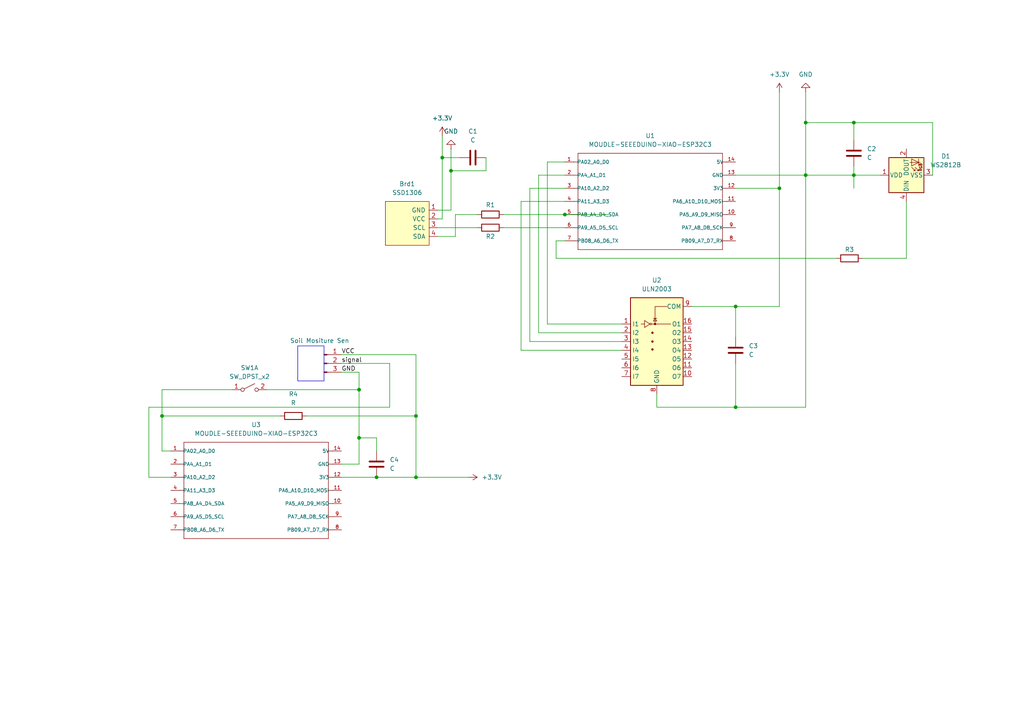
<source format=kicad_sch>
(kicad_sch (version 20231120) (generator "eeschema") (generator_version "8.0")
  (paper "A4")
  (lib_symbols
    (symbol "Connector:Conn_01x03_Pin" (pin_names (offset 1.016) hide)
      (property "Reference" "J" (at 0 5.08 0))
      (property "Value" "Conn_01x03_Pin" (at 0 -5.08 0))
      (symbol "Conn_01x03_Pin_1_1"
        (polyline (pts (xy 1.27 -2.54) (xy 0.8636 -2.54)) (stroke (width 0.1524)))
        (polyline (pts (xy 1.27 0) (xy 0.8636 0)) (stroke (width 0.1524)))
        (polyline (pts (xy 1.27 2.54) (xy 0.8636 2.54)) (stroke (width 0.1524)))
        (rectangle (start 0.8636 -2.413) (end 0 -2.667) (stroke (width 0.1524)) (fill (type outline)))
        (rectangle (start 0.8636 0.127) (end 0 -0.127) (stroke (width 0.1524)) (fill (type outline)))
        (rectangle (start 0.8636 2.667) (end 0 2.413) (stroke (width 0.1524)) (fill (type outline)))
        (pin passive line (at 5.08 2.54 180) (length 3.81) (name "Pin_1") (number "1"))
        (pin passive line (at 5.08 0 180) (length 3.81) (name "Pin_2") (number "2"))
        (pin passive line (at 5.08 -2.54 180) (length 3.81) (name "Pin_3") (number "3"))
      )
    )
    (symbol "Device:C" (pin_numbers hide) (pin_names (offset 0.254))
      (property "Reference" "C" (at 0.635 2.54 0))
      (property "Value" "C" (at 0.635 -2.54 0))
      (symbol "C_0_1"
        (polyline (pts (xy -2.032 -0.762) (xy 2.032 -0.762)) (stroke (width 0.508)))
        (polyline (pts (xy -2.032 0.762) (xy 2.032 0.762)) (stroke (width 0.508)))
      )
      (symbol "C_1_1"
        (pin passive line (at 0 3.81 270) (length 2.794) (name "~") (number "1"))
        (pin passive line (at 0 -3.81 90) (length 2.794) (name "~") (number "2"))
      )
    )
    (symbol "Device:R" (pin_numbers hide) (pin_names (offset 0))
      (property "Reference" "R" (at 2.032 0 90))
      (property "Value" "R" (at 0 0 90))
      (symbol "R_0_1"
        (rectangle (start -1.016 -2.54) (end 1.016 2.54) (stroke (width 0.254)))
      )
      (symbol "R_1_1"
        (pin passive line (at 0 3.81 270) (length 1.27) (name "~") (number "1"))
        (pin passive line (at 0 -3.81 90) (length 1.27) (name "~") (number "2"))
      )
    )
    (symbol "LED:WS2812B" (pin_names (offset 0.254))
      (property "Reference" "D" (at 5.08 5.715 0))
      (property "Value" "WS2812B" (at 1.27 -5.715 0))
      (symbol "WS2812B_0_0"
        (text "RGB" (at 2.286 -4.191 0) (effects (font (size 0.762 0.762))))
      )
      (symbol "WS2812B_0_1"
        (polyline (pts (xy 1.27 -3.556) (xy 1.778 -3.556)))
        (polyline (pts (xy 1.27 -2.54) (xy 1.778 -2.54)))
        (polyline (pts (xy 4.699 -3.556) (xy 2.667 -3.556)))
        (polyline (pts (xy 2.286 -2.54) (xy 1.27 -3.556) (xy 1.27 -3.048)))
        (polyline (pts (xy 2.286 -1.524) (xy 1.27 -2.54) (xy 1.27 -2.032)))
        (polyline (pts (xy 3.683 -1.016) (xy 3.683 -3.556) (xy 3.683 -4.064)))
        (polyline (pts (xy 4.699 -1.524) (xy 2.667 -1.524) (xy 3.683 -3.556) (xy 4.699 -1.524)))
        (rectangle (start 5.08 5.08) (end -5.08 -5.08) (stroke (width 0.254)) (fill (type background)))
      )
      (symbol "WS2812B_1_1"
        (pin power_in line (at 0 7.62 270) (length 2.54) (name "VDD") (number "1"))
        (pin output line (at 7.62 0 180) (length 2.54) (name "DOUT") (number "2"))
        (pin power_in line (at 0 -7.62 90) (length 2.54) (name "VSS") (number "3"))
        (pin input line (at -7.62 0 0) (length 2.54) (name "DIN") (number "4"))
      )
    )
    (symbol "SSD1306-128x64_OLED:SSD1306" (pin_names (offset 1.016))
      (property "Reference" "Brd" (at 0 -3.81 0))
      (property "Value" "SSD1306" (at 0 -1.27 0))
      (symbol "SSD1306_0_1"
        (rectangle (start -6.35 6.35) (end 6.35 -6.35) (fill (type background)))
      )
      (symbol "SSD1306_1_1"
        (pin input line (at -3.81 8.89 270) (length 2.54) (name "GND") (number "1"))
        (pin input line (at -1.27 8.89 270) (length 2.54) (name "VCC") (number "2"))
        (pin input line (at 1.27 8.89 270) (length 2.54) (name "SCL") (number "3"))
        (pin input line (at 3.81 8.89 270) (length 2.54) (name "SDA") (number "4"))
      )
    )
    (symbol "Switch:SW_DPST_x2" (pin_names (offset 0) hide)
      (property "Reference" "SW" (at 0 3.175 0))
      (property "Value" "SW_DPST_x2" (at 0 -2.54 0))
      (symbol "SW_DPST_x2_0_0"
        (circle (center -2.032 0) (radius 0.508))
        (polyline (pts (xy -1.524 0.254) (xy 1.524 1.778)))
        (circle (center 2.032 0) (radius 0.508))
      )
      (symbol "SW_DPST_x2_1_1"
        (pin passive line (at -5.08 0 0) (length 2.54) (name "A") (number "1"))
        (pin passive line (at 5.08 0 180) (length 2.54) (name "B") (number "2"))
      )
      (symbol "SW_DPST_x2_2_1"
        (pin passive line (at -5.08 0 0) (length 2.54) (name "A") (number "3"))
        (pin passive line (at 5.08 0 180) (length 2.54) (name "B") (number "4"))
      )
    )
    (symbol "Transistor_Array:ULN2003"
      (property "Reference" "U" (at 0 15.875 0))
      (property "Value" "ULN2003" (at 0 13.97 0))
      (symbol "ULN2003_0_1"
        (rectangle (start -7.62 -12.7) (end 7.62 12.7) (stroke (width 0.254)) (fill (type background)))
        (circle (center -1.778 5.08) (radius 0.254))
        (circle (center -1.27 -2.286) (radius 0.254) (fill (type outline)))
        (circle (center -1.27 0) (radius 0.254) (fill (type outline)))
        (circle (center -1.27 2.54) (radius 0.254) (fill (type outline)))
        (circle (center -0.508 5.08) (radius 0.254) (fill (type outline)))
        (polyline (pts (xy -4.572 5.08) (xy -3.556 5.08)))
        (polyline (pts (xy -1.524 5.08) (xy 4.064 5.08)))
        (polyline (pts (xy 0 6.731) (xy -1.016 6.731)))
        (polyline (pts (xy -0.508 5.08) (xy -0.508 10.16) (xy 2.921 10.16)))
        (polyline (pts (xy -3.556 6.096) (xy -3.556 4.064) (xy -2.032 5.08) (xy -3.556 6.096)))
        (polyline (pts (xy 0 5.969) (xy -1.016 5.969) (xy -0.508 6.731) (xy 0 5.969)))
      )
      (symbol "ULN2003_1_1"
        (pin input line (at -10.16 5.08 0) (length 2.54) (name "I1") (number "1"))
        (pin open_collector line (at 10.16 -10.16 180) (length 2.54) (name "O7") (number "10"))
        (pin open_collector line (at 10.16 -7.62 180) (length 2.54) (name "O6") (number "11"))
        (pin open_collector line (at 10.16 -5.08 180) (length 2.54) (name "O5") (number "12"))
        (pin open_collector line (at 10.16 -2.54 180) (length 2.54) (name "O4") (number "13"))
        (pin open_collector line (at 10.16 0 180) (length 2.54) (name "O3") (number "14"))
        (pin open_collector line (at 10.16 2.54 180) (length 2.54) (name "O2") (number "15"))
        (pin open_collector line (at 10.16 5.08 180) (length 2.54) (name "O1") (number "16"))
        (pin input line (at -10.16 2.54 0) (length 2.54) (name "I2") (number "2"))
        (pin input line (at -10.16 0 0) (length 2.54) (name "I3") (number "3"))
        (pin input line (at -10.16 -2.54 0) (length 2.54) (name "I4") (number "4"))
        (pin input line (at -10.16 -5.08 0) (length 2.54) (name "I5") (number "5"))
        (pin input line (at -10.16 -7.62 0) (length 2.54) (name "I6") (number "6"))
        (pin input line (at -10.16 -10.16 0) (length 2.54) (name "I7") (number "7"))
        (pin power_in line (at 0 -15.24 90) (length 2.54) (name "GND") (number "8"))
        (pin passive line (at 10.16 10.16 180) (length 2.54) (name "COM") (number "9"))
      )
    )
    (symbol "XIAO_ESP32C3:MOUDLE-SEEEDUINO-XIAO-ESP32C3" (pin_names (offset 1.016))
      (property "Reference" "U" (at -21.59 15.24 0))
      (property "Value" "MOUDLE-SEEEDUINO-XIAO-ESP32C3" (at -21.59 13.97 0))
      (symbol "MOUDLE-SEEEDUINO-XIAO-ESP32C3_0_0"
        (polyline (pts (xy -21.59 -13.97) (xy -21.59 0)) (stroke (width 0.1524)))
        (polyline (pts (xy -21.59 -11.43) (xy -22.86 -11.43)) (stroke (width 0.1524)))
        (polyline (pts (xy -21.59 -7.62) (xy -22.86 -7.62)) (stroke (width 0.1524)))
        (polyline (pts (xy -21.59 -3.81) (xy -22.86 -3.81)) (stroke (width 0.1524)))
        (polyline (pts (xy -21.59 0) (xy -22.86 0)) (stroke (width 0.1524)))
        (polyline (pts (xy -21.59 0) (xy -21.59 3.81)) (stroke (width 0.1524)))
        (polyline (pts (xy -21.59 3.81) (xy -22.86 3.81)) (stroke (width 0.1524)))
        (polyline (pts (xy -21.59 3.81) (xy -21.59 7.62)) (stroke (width 0.1524)))
        (polyline (pts (xy -21.59 7.62) (xy -22.86 7.62)) (stroke (width 0.1524)))
        (polyline (pts (xy -21.59 7.62) (xy -21.59 11.43)) (stroke (width 0.1524)))
        (polyline (pts (xy -21.59 11.43) (xy -22.86 11.43)) (stroke (width 0.1524)))
        (polyline (pts (xy -21.59 11.43) (xy -21.59 13.97)) (stroke (width 0.1524)))
        (polyline (pts (xy -21.59 13.97) (xy 20.32 13.97)) (stroke (width 0.1524)))
        (polyline (pts (xy 20.32 -13.97) (xy -21.59 -13.97)) (stroke (width 0.1524)))
        (polyline (pts (xy 20.32 3.81) (xy 20.32 -13.97)) (stroke (width 0.1524)))
        (polyline (pts (xy 20.32 7.62) (xy 20.32 3.81)) (stroke (width 0.1524)))
        (polyline (pts (xy 20.32 11.43) (xy 20.32 7.62)) (stroke (width 0.1524)))
        (polyline (pts (xy 20.32 13.97) (xy 20.32 11.43)) (stroke (width 0.1524)))
        (polyline (pts (xy 21.59 -11.43) (xy 20.32 -11.43)) (stroke (width 0.1524)))
        (polyline (pts (xy 21.59 -7.62) (xy 20.32 -7.62)) (stroke (width 0.1524)))
        (polyline (pts (xy 21.59 -3.81) (xy 20.32 -3.81)) (stroke (width 0.1524)))
        (polyline (pts (xy 21.59 0) (xy 20.32 0)) (stroke (width 0.1524)))
        (polyline (pts (xy 21.59 3.81) (xy 20.32 3.81)) (stroke (width 0.1524)))
        (polyline (pts (xy 21.59 7.62) (xy 20.32 7.62)) (stroke (width 0.1524)))
        (polyline (pts (xy 21.59 11.43) (xy 20.32 11.43)) (stroke (width 0.1524)))
        (pin bidirectional line (at -25.4 11.43 0) (length 2.54) (name "PA02_A0_D0") (number "1"))
        (pin bidirectional line (at 24.13 -3.81 180) (length 2.54) (name "PA5_A9_D9_MISO") (number "10"))
        (pin bidirectional line (at 24.13 0 180) (length 2.54) (name "PA6_A10_D10_MOSI") (number "11"))
        (pin bidirectional line (at 24.13 3.81 180) (length 2.54) (name "3V3") (number "12"))
        (pin bidirectional line (at 24.13 7.62 180) (length 2.54) (name "GND") (number "13"))
        (pin bidirectional line (at 24.13 11.43 180) (length 2.54) (name "5V") (number "14"))
        (pin bidirectional line (at -25.4 7.62 0) (length 2.54) (name "PA4_A1_D1") (number "2"))
        (pin bidirectional line (at -25.4 3.81 0) (length 2.54) (name "PA10_A2_D2") (number "3"))
        (pin bidirectional line (at -25.4 0 0) (length 2.54) (name "PA11_A3_D3") (number "4"))
        (pin bidirectional line (at -25.4 -3.81 0) (length 2.54) (name "PA8_A4_D4_SDA") (number "5"))
        (pin bidirectional line (at -25.4 -7.62 0) (length 2.54) (name "PA9_A5_D5_SCL") (number "6"))
        (pin bidirectional line (at -25.4 -11.43 0) (length 2.54) (name "PB08_A6_D6_TX") (number "7"))
        (pin bidirectional line (at 24.13 -11.43 180) (length 2.54) (name "PB09_A7_D7_RX") (number "8"))
        (pin bidirectional line (at 24.13 -7.62 180) (length 2.54) (name "PA7_A8_D8_SCK") (number "9"))
      )
    )
    (symbol "power:+3.3V" (power) (pin_numbers hide) (pin_names (offset 0) hide)
      (property "Value" "+3.3V" (at 0 3.556 0))
      (symbol "+3.3V_0_1"
        (polyline (pts (xy -0.762 1.27) (xy 0 2.54)))
        (polyline (pts (xy 0 0) (xy 0 2.54)))
        (polyline (pts (xy 0 2.54) (xy 0.762 1.27)))
      )
      (symbol "+3.3V_1_1"
        (pin power_in line (at 0 0 90) (length 0) (name "~") (number "1"))
      )
    )
    (symbol "power:GND" (power) (pin_numbers hide) (pin_names (offset 0) hide)
      (property "Value" "GND" (at 0 -3.81 0))
      (symbol "GND_0_1"
        (polyline (pts (xy 0 0) (xy 0 -1.27) (xy 1.27 -1.27) (xy 0 -2.54) (xy -1.27 -1.27) (xy 0 -1.27)))
      )
      (symbol "GND_1_1"
        (pin power_in line (at 0 0 270) (length 0) (name "~") (number "1"))
      )
    )
  )
  (junction (at 104.14 127))
  (junction (at 226.06 54.61))
  (junction (at 109.22 138.43))
  (junction (at 128.27 45.72))
  (junction (at 46.99 120.65))
  (junction (at 104.14 113.03))
  (junction (at 213.36 118.11))
  (junction (at 247.65 35.56))
  (junction (at 120.65 120.65))
  (junction (at 163.83 62.23))
  (junction (at 247.65 50.8))
  (junction (at 213.36 88.9))
  (junction (at 120.65 138.43))
  (junction (at 233.68 50.8))
  (junction (at 233.68 35.56))
  (junction (at 130.81 49.53))
  (wire (pts (xy 213.36 105.41) (xy 213.36 118.11)))
  (wire (pts (xy 233.68 118.11) (xy 233.68 50.8)))
  (wire (pts (xy 99.06 138.43) (xy 109.22 138.43)))
  (wire (pts (xy 104.14 107.95) (xy 104.14 113.03)))
  (wire (pts (xy 213.36 97.79) (xy 213.36 88.9)))
  (wire (pts (xy 104.14 127) (xy 104.14 134.62)))
  (wire (pts (xy 104.14 113.03) (xy 104.14 127)))
  (wire (pts (xy 200.66 88.9) (xy 213.36 88.9)))
  (wire (pts (xy 226.06 26.67) (xy 226.06 54.61)))
  (wire (pts (xy 156.21 96.52) (xy 180.34 96.52)))
  (wire (pts (xy 161.29 69.85) (xy 163.83 69.85)))
  (wire (pts (xy 43.18 118.11) (xy 113.03 118.11)))
  (wire (pts (xy 88.9 120.65) (xy 120.65 120.65)))
  (wire (pts (xy 132.08 68.58) (xy 127 68.58)))
  (wire (pts (xy 190.5 114.3) (xy 190.5 118.11)))
  (wire (pts (xy 156.21 50.8) (xy 156.21 96.52)))
  (wire (pts (xy 43.18 118.11) (xy 43.18 138.43)))
  (wire (pts (xy 46.99 130.81) (xy 49.53 130.81)))
  (wire (pts (xy 128.27 39.37) (xy 128.27 45.72)))
  (wire (pts (xy 213.36 50.8) (xy 233.68 50.8)))
  (wire (pts (xy 46.99 113.03) (xy 67.31 113.03)))
  (wire (pts (xy 233.68 50.8) (xy 247.65 50.8)))
  (wire (pts (xy 153.67 99.06) (xy 180.34 99.06)))
  (wire (pts (xy 163.83 46.99) (xy 158.75 46.99)))
  (wire (pts (xy 140.97 45.72) (xy 140.97 49.53)))
  (wire (pts (xy 138.43 62.23) (xy 132.08 62.23)))
  (wire (pts (xy 151.13 101.6) (xy 180.34 101.6)))
  (wire (pts (xy 146.05 66.04) (xy 163.83 66.04)))
  (wire (pts (xy 46.99 120.65) (xy 81.28 120.65)))
  (wire (pts (xy 109.22 138.43) (xy 120.65 138.43)))
  (wire (pts (xy 270.51 35.56) (xy 247.65 35.56)))
  (wire (pts (xy 270.51 50.8) (xy 270.51 35.56)))
  (wire (pts (xy 43.18 138.43) (xy 49.53 138.43)))
  (wire (pts (xy 163.83 58.42) (xy 151.13 58.42)))
  (wire (pts (xy 109.22 127) (xy 104.14 127)))
  (wire (pts (xy 130.81 49.53) (xy 130.81 60.96)))
  (wire (pts (xy 163.83 54.61) (xy 153.67 54.61)))
  (wire (pts (xy 128.27 45.72) (xy 128.27 63.5)))
  (wire (pts (xy 109.22 130.81) (xy 109.22 127)))
  (wire (pts (xy 213.36 54.61) (xy 226.06 54.61)))
  (wire (pts (xy 130.81 43.18) (xy 130.81 49.53)))
  (wire (pts (xy 161.29 69.85) (xy 161.29 74.93)))
  (wire (pts (xy 127 66.04) (xy 138.43 66.04)))
  (wire (pts (xy 247.65 35.56) (xy 247.65 40.64)))
  (wire (pts (xy 158.75 46.99) (xy 158.75 93.98)))
  (wire (pts (xy 146.05 62.23) (xy 163.83 62.23)))
  (wire (pts (xy 77.47 113.03) (xy 104.14 113.03)))
  (wire (pts (xy 128.27 45.72) (xy 133.35 45.72)))
  (wire (pts (xy 128.27 63.5) (xy 127 63.5)))
  (wire (pts (xy 226.06 54.61) (xy 226.06 88.9)))
  (wire (pts (xy 247.65 50.8) (xy 247.65 54.61)))
  (wire (pts (xy 151.13 58.42) (xy 151.13 101.6)))
  (wire (pts (xy 46.99 120.65) (xy 46.99 130.81)))
  (wire (pts (xy 158.75 93.98) (xy 180.34 93.98)))
  (wire (pts (xy 161.29 74.93) (xy 242.57 74.93)))
  (wire (pts (xy 233.68 35.56) (xy 233.68 26.67)))
  (wire (pts (xy 262.89 74.93) (xy 262.89 58.42)))
  (wire (pts (xy 247.65 48.26) (xy 247.65 50.8)))
  (wire (pts (xy 120.65 138.43) (xy 135.89 138.43)))
  (wire (pts (xy 132.08 62.23) (xy 132.08 68.58)))
  (wire (pts (xy 213.36 88.9) (xy 226.06 88.9)))
  (wire (pts (xy 153.67 54.61) (xy 153.67 99.06)))
  (wire (pts (xy 140.97 49.53) (xy 130.81 49.53)))
  (wire (pts (xy 46.99 113.03) (xy 46.99 120.65)))
  (wire (pts (xy 255.27 50.8) (xy 247.65 50.8)))
  (wire (pts (xy 250.19 74.93) (xy 262.89 74.93)))
  (wire (pts (xy 213.36 118.11) (xy 233.68 118.11)))
  (wire (pts (xy 120.65 120.65) (xy 120.65 138.43)))
  (wire (pts (xy 99.06 134.62) (xy 104.14 134.62)))
  (wire (pts (xy 247.65 35.56) (xy 233.68 35.56)))
  (wire (pts (xy 176.53 62.23) (xy 163.83 62.23)))
  (wire (pts (xy 120.65 102.87) (xy 120.65 120.65)))
  (wire (pts (xy 233.68 50.8) (xy 233.68 35.56)))
  (wire (pts (xy 99.06 105.41) (xy 113.03 105.41)))
  (wire (pts (xy 104.14 107.95) (xy 99.06 107.95)))
  (wire (pts (xy 113.03 105.41) (xy 113.03 118.11)))
  (wire (pts (xy 163.83 50.8) (xy 156.21 50.8)))
  (wire (pts (xy 99.06 102.87) (xy 120.65 102.87)))
  (wire (pts (xy 127 60.96) (xy 130.81 60.96)))
  (wire (pts (xy 190.5 118.11) (xy 213.36 118.11)))
  (rectangle (start 86.36 100.33) (end 93.98 110.49))
  (label "GND" (at 99.06 107.95 0))
  (label "signal" (at 99.06 105.41 0))
  (label "VCC" (at 99.06 102.87 0))
  (symbol (lib_id "Connector:Conn_01x03_Pin") (at 93.98 105.41 0) (unit 1)
    (property "Reference" "J1" (effects (hide yes)))
    (property "Value" "Soil Mositure Sen" (at 92.71 98.806 0))
    (property "Description" "Generic connector, single row, 01x03, script generated" (effects (hide yes)))
  )
  (symbol (lib_id "Device:R") (at 246.38 74.93 90) (unit 1)
    (property "Reference" "R3" (at 246.38 72.39 90))
    (property "Value" "R" (effects (hide yes)))
    (property "Description" "Resistor" (effects (hide yes)))
  )
  (symbol (lib_id "Device:C") (at 137.16 45.72 90) (unit 1)
    (property "Reference" "C1" (at 137.16 38.1 90))
    (property "Value" "C" (at 137.16 40.64 90))
    (property "Description" "Unpolarized capacitor" (effects (hide yes)))
  )
  (symbol (lib_id "power:GND") (at 233.68 26.67 180) (unit 1)
    (property "Reference" "#PWR02" (effects (hide yes)))
    (property "Value" "GND" (at 233.68 21.59 0))
    (property "Description" "Power symbol creates a global label with name \"GND\" , ground" (effects (hide yes)))
  )
  (symbol (lib_id "LED:WS2812B") (at 262.89 50.8 90) (unit 1)
    (property "Reference" "D1" (at 274.32 45.3038 90))
    (property "Value" "WS2812B" (at 274.32 47.8438 90))
    (property "Footprint" "LED_SMD:LED_WS2812B_PLCC4_5.0x5.0mm_P3.2mm" (effects (hide yes)))
    (property "Datasheet" "https://cdn-shop.adafruit.com/datasheets/WS2812B.pdf" (effects (hide yes)))
    (property "Description" "RGB LED with integrated controller" (effects (hide yes)))
  )
  (symbol (lib_id "power:+3.3V") (at 135.89 138.43 270) (unit 1)
    (property "Reference" "#PWR05" (effects (hide yes)))
    (property "Value" "+3.3V" (at 139.7 138.4299 90) (effects (justify left)))
    (property "Description" "Power symbol creates a global label with name \"+3.3V\"" (effects (hide yes)))
  )
  (symbol (lib_id "power:GND") (at 130.81 43.18 180) (unit 1)
    (property "Reference" "#PWR04" (effects (hide yes)))
    (property "Value" "GND" (at 130.81 38.1 0))
    (property "Description" "Power symbol creates a global label with name \"GND\" , ground" (effects (hide yes)))
  )
  (symbol (lib_id "Device:R") (at 142.24 66.04 270) (unit 1)
    (property "Reference" "R2" (at 142.24 68.58 90))
    (property "Value" "R" (effects (hide yes)))
    (property "Description" "Resistor" (effects (hide yes)))
  )
  (symbol (lib_id "Device:R") (at 142.24 62.23 90) (unit 1)
    (property "Reference" "R1" (at 142.24 59.436 90))
    (property "Value" "R" (effects (hide yes)))
    (property "Description" "Resistor" (effects (hide yes)))
  )
  (symbol (lib_id "XIAO_ESP32C3:MOUDLE-SEEEDUINO-XIAO-ESP32C3") (at 74.93 142.24 0) (unit 1)
    (property "Reference" "U3" (at 74.295 123.19 0))
    (property "Value" "MOUDLE-SEEEDUINO-XIAO-ESP32C3" (at 74.295 125.73 0))
    (property "Footprint" "MOUDLE14P-SMD-2.54-21X17.8MM" (effects (hide yes)))
  )
  (symbol (lib_id "power:+3.3V") (at 128.27 39.37 0) (unit 1)
    (property "Reference" "#PWR03" (effects (hide yes)))
    (property "Value" "+3.3V" (at 128.27 34.29 0))
    (property "Description" "Power symbol creates a global label with name \"+3.3V\"" (effects (hide yes)))
  )
  (symbol (lib_id "Device:C") (at 247.65 44.45 0) (unit 1)
    (property "Reference" "C2" (at 251.46 43.1799 0) (effects (justify left)))
    (property "Value" "C" (at 251.46 45.7199 0) (effects (justify left)))
    (property "Description" "Unpolarized capacitor" (effects (hide yes)))
  )
  (symbol (lib_id "Switch:SW_DPST_x2") (at 72.39 113.03 0) (unit 1)
    (property "Reference" "SW1" (at 72.39 106.68 0))
    (property "Value" "SW_DPST_x2" (at 72.39 109.22 0))
    (property "Description" "Single Pole Single Throw (SPST) switch, separate symbol" (effects (hide yes)))
  )
  (symbol (lib_id "XIAO_ESP32C3:MOUDLE-SEEEDUINO-XIAO-ESP32C3") (at 189.23 58.42 0) (unit 1)
    (property "Reference" "U1" (at 188.595 39.37 0))
    (property "Value" "MOUDLE-SEEEDUINO-XIAO-ESP32C3" (at 188.595 41.91 0))
    (property "Footprint" "MOUDLE14P-SMD-2.54-21X17.8MM" (effects (hide yes)))
  )
  (symbol (lib_id "Device:R") (at 85.09 120.65 90) (unit 1)
    (property "Reference" "R4" (at 85.09 114.3 90))
    (property "Value" "R" (at 85.09 116.84 90))
    (property "Description" "Resistor" (effects (hide yes)))
  )
  (symbol (lib_id "Device:C") (at 109.22 134.62 0) (unit 1)
    (property "Reference" "C4" (at 113.03 133.3499 0) (effects (justify left)))
    (property "Value" "C" (at 113.03 135.8899 0) (effects (justify left)))
    (property "Description" "Unpolarized capacitor" (effects (hide yes)))
  )
  (symbol (lib_id "Transistor_Array:ULN2003") (at 190.5 99.06 0) (unit 1)
    (property "Reference" "U2" (at 190.5 81.28 0))
    (property "Value" "ULN2003" (at 190.5 83.82 0))
    (property "Datasheet" "http://www.ti.com/lit/ds/symlink/uln2003a.pdf" (effects (hide yes)))
    (property "Description" "High Voltage, High Current Darlington Transistor Arrays, SOIC16/SOIC16W/DIP16/TSSOP16" (effects (hide yes)))
  )
  (symbol (lib_id "power:+3.3V") (at 226.06 26.67 0) (unit 1)
    (property "Reference" "#PWR01" (effects (hide yes)))
    (property "Value" "+3.3V" (at 226.06 21.59 0))
    (property "Description" "Power symbol creates a global label with name \"+3.3V\"" (effects (hide yes)))
  )
  (symbol (lib_id "SSD1306-128x64_OLED:SSD1306") (at 118.11 64.77 270) (unit 1)
    (property "Reference" "Brd1" (at 118.11 53.34 90))
    (property "Value" "SSD1306" (at 118.11 55.88 90))
    (property "Description" "SSD1306 OLED" (effects (hide yes)))
  )
  (symbol (lib_id "Device:C") (at 213.36 101.6 0) (unit 1)
    (property "Reference" "C3" (at 217.17 100.3299 0) (effects (justify left)))
    (property "Value" "C" (at 217.17 102.8699 0) (effects (justify left)))
    (property "Description" "Unpolarized capacitor" (effects (hide yes)))
  )
)
</source>
